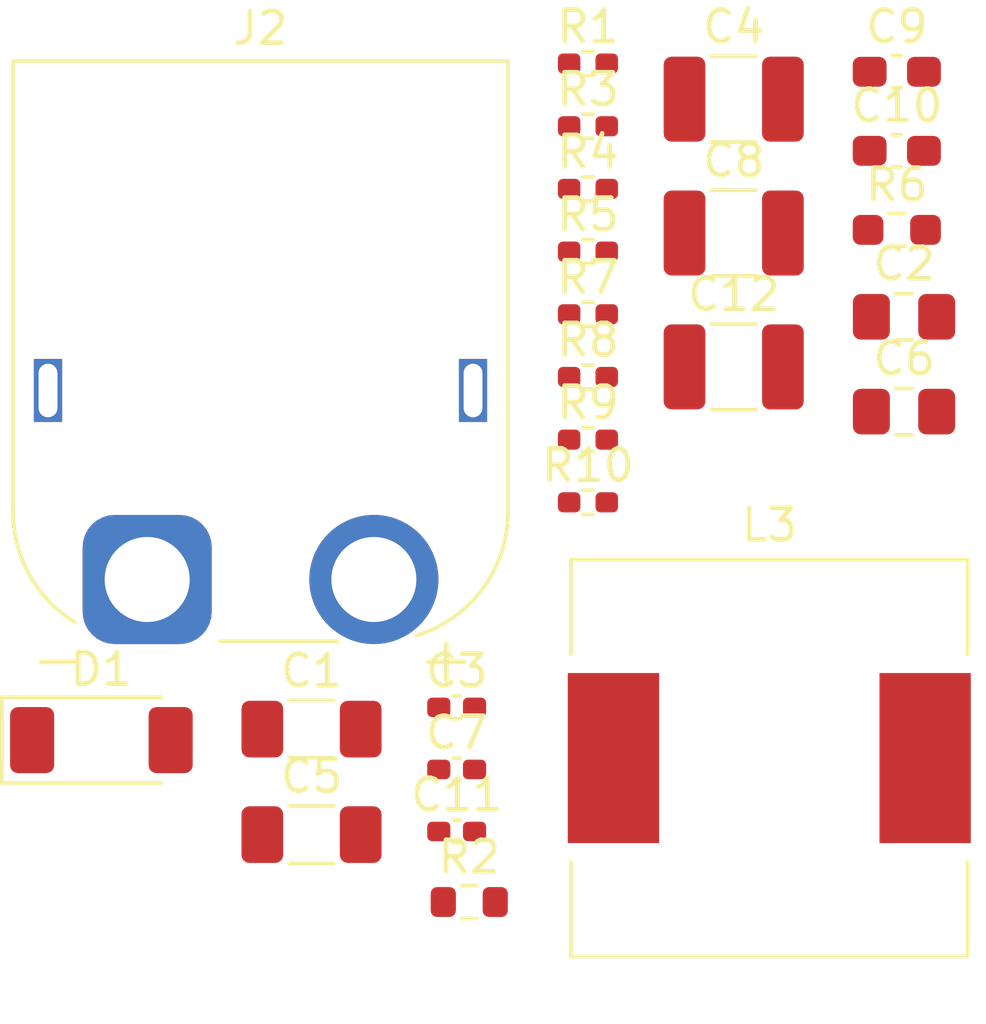
<source format=kicad_pcb>
(kicad_pcb (version 20221018) (generator pcbnew)
  (layers (0 "F.Cu" signal) (31 "B.Cu" signal) (34 "B.Paste" user) (35 "F.Paste" user) (36 "B.SilkS" user "B.Silkscreen") (37 "F.SilkS" user "F.Silkscreen") (38 "B.Mask" user) (39 "F.Mask" user) (44 "Edge.Cuts" user))
  (net 0 "")
  (net 1 "+24V")
  (net 2 "GND")
  (net 3 "/SW_3V3")
  (net 4 "/BOOT_3V3")
  (net 5 "+3V3")
  (net 6 "/SW_5V")
  (net 7 "/BOOT_5V")
  (net 8 "+5V")
  (net 9 "/CB_12V")
  (net 10 "12V_SW")
  (net 11 "+12V")
  (net 12 "Net-(D1-A)")
  (net 13 "/ER_3V3")
  (net 14 "/PG_3V3")
  (net 15 "3V3_FB")
  (net 16 "/ER_5V")
  (net 17 "/PG_5V")
  (net 18 "5V_FB")
  (net 19 "/FB_12V")
  (footprint "Capacitor_SMD:C_0805_2012Metric_Pad1.18x1.45mm_HandSolder" (layer "F.Cu") (at 28.715 8.535)
    (fp_text reference "C2" (at 0 -1.68) (layer "F.SilkS"))
    (fp_text value "100nF")
    (fp_line (start -0.261252 -0.735) (end 0.261252 -0.735) (stroke (width 0.12)) (layer "F.SilkS"))
    (fp_line (start -0.261252 0.735) (end 0.261252 0.735) (stroke (width 0.12)) (layer "F.SilkS"))
    (pad "1" smd roundrect (at -1.0375 0) (size 1.175 1.45) (layers "F.Cu" "F.Paste" "F.Mask") (roundrect_rratio 0.212766) (net 1 "+24V"))
    (pad "2" smd roundrect (at 1.0375 0) (size 1.175 1.45) (layers "F.Cu" "F.Paste" "F.Mask") (roundrect_rratio 0.212766) (net 2 "GND"))
  )
  (footprint "Resistor_SMD:R_0402_1005Metric_Pad0.72x0.64mm_HandSolder" (layer "F.Cu") (at 18.675 14.425)
    (fp_text reference "R10" (at 0 -1.17) (layer "F.SilkS"))
    (fp_text value "22.1k")
    (fp_line (start -0.167621 -0.38) (end 0.167621 -0.38) (stroke (width 0.12)) (layer "F.SilkS"))
    (fp_line (start -0.167621 0.38) (end 0.167621 0.38) (stroke (width 0.12)) (layer "F.SilkS"))
    (pad "1" smd roundrect (at -0.5975 0) (size 0.715 0.64) (layers "F.Cu" "F.Paste" "F.Mask") (net 19 "/FB_12V"))
    (pad "2" smd roundrect (at 0.5975 0) (size 0.715 0.64) (layers "F.Cu" "F.Paste" "F.Mask") (net 2 "GND"))
  )
  (footprint "Capacitor_SMD:C_1210_3225Metric_Pad1.33x2.70mm_HandSolder" (layer "F.Cu") (at 23.305 5.875)
    (fp_text reference "C8" (at 0 -2.3) (layer "F.SilkS"))
    (fp_text value "47uF")
    (fp_line (start -0.711252 -1.36) (end 0.711252 -1.36) (stroke (width 0.12)) (layer "F.SilkS"))
    (fp_line (start -0.711252 1.36) (end 0.711252 1.36) (stroke (width 0.12)) (layer "F.SilkS"))
    (pad "1" smd roundrect (at -1.5625 0) (size 1.325 2.7) (layers "F.Cu" "F.Paste" "F.Mask") (roundrect_rratio 0.188679) (net 8 "+5V"))
    (pad "2" smd roundrect (at 1.5625 0) (size 1.325 2.7) (layers "F.Cu" "F.Paste" "F.Mask") (roundrect_rratio 0.188679) (net 2 "GND"))
  )
  (footprint "Resistor_SMD:R_0402_1005Metric_Pad0.72x0.64mm_HandSolder" (layer "F.Cu") (at 18.675 0.495)
    (fp_text reference "R1" (at 0 -1.17) (layer "F.SilkS"))
    (fp_text value "18.7k")
    (fp_line (start -0.167621 -0.38) (end 0.167621 -0.38) (stroke (width 0.12)) (layer "F.SilkS"))
    (fp_line (start -0.167621 0.38) (end 0.167621 0.38) (stroke (width 0.12)) (layer "F.SilkS"))
    (pad "1" smd roundrect (at -0.5975 0) (size 0.715 0.64) (layers "F.Cu" "F.Paste" "F.Mask") (net 13 "/ER_3V3"))
    (pad "2" smd roundrect (at 0.5975 0) (size 0.715 0.64) (layers "F.Cu" "F.Paste" "F.Mask") (net 2 "GND"))
  )
  (footprint "Capacitor_SMD:C_1206_3216Metric_Pad1.33x1.80mm_HandSolder" (layer "F.Cu") (at 9.895 24.975)
    (fp_text reference "C5" (at 0 -1.85) (layer "F.SilkS"))
    (fp_text value "4.7uF")
    (fp_line (start -0.711252 -0.91) (end 0.711252 -0.91) (stroke (width 0.12)) (layer "F.SilkS"))
    (fp_line (start -0.711252 0.91) (end 0.711252 0.91) (stroke (width 0.12)) (layer "F.SilkS"))
    (pad "1" smd roundrect (at -1.5625 0) (size 1.325 1.8) (layers "F.Cu" "F.Paste" "F.Mask") (roundrect_rratio 0.188679) (net 1 "+24V"))
    (pad "2" smd roundrect (at 1.5625 0) (size 1.325 1.8) (layers "F.Cu" "F.Paste" "F.Mask") (roundrect_rratio 0.188679) (net 2 "GND"))
  )
  (footprint "Capacitor_SMD:C_0603_1608Metric_Pad1.08x0.95mm_HandSolder" (layer "F.Cu") (at 28.485 0.755)
    (fp_text reference "C9" (at 0 -1.43) (layer "F.SilkS"))
    (fp_text value "4.7uF")
    (fp_line (start -0.146267 -0.51) (end 0.146267 -0.51) (stroke (width 0.12)) (layer "F.SilkS"))
    (fp_line (start -0.146267 0.51) (end 0.146267 0.51) (stroke (width 0.12)) (layer "F.SilkS"))
    (pad "1" smd roundrect (at -0.8625 0) (size 1.075 0.95) (layers "F.Cu" "F.Paste" "F.Mask") (net 1 "+24V"))
    (pad "2" smd roundrect (at 0.8625 0) (size 1.075 0.95) (layers "F.Cu" "F.Paste" "F.Mask") (net 2 "GND"))
  )
  (footprint "Capacitor_SMD:C_0402_1005Metric_Pad0.74x0.62mm_HandSolder" (layer "F.Cu") (at 14.505 22.905)
    (fp_text reference "C7" (at 0 -1.16) (layer "F.SilkS"))
    (fp_text value "100nF")
    (fp_line (start -0.115835 -0.36) (end 0.115835 -0.36) (stroke (width 0.12)) (layer "F.SilkS"))
    (fp_line (start -0.115835 0.36) (end 0.115835 0.36) (stroke (width 0.12)) (layer "F.SilkS"))
    (pad "1" smd roundrect (at -0.5675 0) (size 0.735 0.62) (layers "F.Cu" "F.Paste" "F.Mask") (net 6 "/SW_5V"))
    (pad "2" smd roundrect (at 0.5675 0) (size 0.735 0.62) (layers "F.Cu" "F.Paste" "F.Mask") (net 7 "/BOOT_5V"))
  )
  (footprint "Capacitor_SMD:C_1210_3225Metric_Pad1.33x2.70mm_HandSolder" (layer "F.Cu") (at 23.305 10.125)
    (fp_text reference "C12" (at 0 -2.3) (layer "F.SilkS"))
    (fp_text value "47uF")
    (fp_line (start -0.711252 -1.36) (end 0.711252 -1.36) (stroke (width 0.12)) (layer "F.SilkS"))
    (fp_line (start -0.711252 1.36) (end 0.711252 1.36) (stroke (width 0.12)) (layer "F.SilkS"))
    (pad "1" smd roundrect (at -1.5625 0) (size 1.325 2.7) (layers "F.Cu" "F.Paste" "F.Mask") (roundrect_rratio 0.188679) (net 2 "GND"))
    (pad "2" smd roundrect (at 1.5625 0) (size 1.325 2.7) (layers "F.Cu" "F.Paste" "F.Mask") (roundrect_rratio 0.188679) (net 11 "+12V"))
  )
  (footprint "Capacitor_SMD:C_1206_3216Metric_Pad1.33x1.80mm_HandSolder" (layer "F.Cu") (at 9.895 21.625)
    (fp_text reference "C1" (at 0 -1.85) (layer "F.SilkS"))
    (fp_text value "4.7uF")
    (fp_line (start -0.711252 -0.91) (end 0.711252 -0.91) (stroke (width 0.12)) (layer "F.SilkS"))
    (fp_line (start -0.711252 0.91) (end 0.711252 0.91) (stroke (width 0.12)) (layer "F.SilkS"))
    (pad "1" smd roundrect (at -1.5625 0) (size 1.325 1.8) (layers "F.Cu" "F.Paste" "F.Mask") (roundrect_rratio 0.188679) (net 1 "+24V"))
    (pad "2" smd roundrect (at 1.5625 0) (size 1.325 1.8) (layers "F.Cu" "F.Paste" "F.Mask") (roundrect_rratio 0.188679) (net 2 "GND"))
  )
  (footprint "Capacitor_SMD:C_0402_1005Metric_Pad0.74x0.62mm_HandSolder" (layer "F.Cu") (at 14.505 24.875)
    (fp_text reference "C11" (at 0 -1.16) (layer "F.SilkS"))
    (fp_text value "100nF")
    (fp_line (start -0.115835 -0.36) (end 0.115835 -0.36) (stroke (width 0.12)) (layer "F.SilkS"))
    (fp_line (start -0.115835 0.36) (end 0.115835 0.36) (stroke (width 0.12)) (layer "F.SilkS"))
    (pad "1" smd roundrect (at -0.5675 0) (size 0.735 0.62) (layers "F.Cu" "F.Paste" "F.Mask") (net 9 "/CB_12V"))
    (pad "2" smd roundrect (at 0.5675 0) (size 0.735 0.62) (layers "F.Cu" "F.Paste" "F.Mask") (net 10 "12V_SW"))
  )
  (footprint "Resistor_SMD:R_0603_1608Metric_Pad0.98x0.95mm_HandSolder" (layer "F.Cu") (at 28.485 5.775)
    (fp_text reference "R6" (at 0 -1.43) (layer "F.SilkS"))
    (fp_text value "100k")
    (fp_line (start -0.254724 -0.5225) (end 0.254724 -0.5225) (stroke (width 0.12)) (layer "F.SilkS"))
    (fp_line (start -0.254724 0.5225) (end 0.254724 0.5225) (stroke (width 0.12)) (layer "F.SilkS"))
    (pad "1" smd roundrect (at -0.9125 0) (size 0.975 0.95) (layers "F.Cu" "F.Paste" "F.Mask") (net 17 "/PG_5V"))
    (pad "2" smd roundrect (at 0.9125 0) (size 0.975 0.95) (layers "F.Cu" "F.Paste" "F.Mask") (net 8 "+5V"))
  )
  (footprint "Capacitor_SMD:C_0805_2012Metric_Pad1.18x1.45mm_HandSolder" (layer "F.Cu") (at 28.715 11.545)
    (fp_text reference "C6" (at 0 -1.68) (layer "F.SilkS"))
    (fp_text value "100nF")
    (fp_line (start -0.261252 -0.735) (end 0.261252 -0.735) (stroke (width 0.12)) (layer "F.SilkS"))
    (fp_line (start -0.261252 0.735) (end 0.261252 0.735) (stroke (width 0.12)) (layer "F.SilkS"))
    (pad "1" smd roundrect (at -1.0375 0) (size 1.175 1.45) (layers "F.Cu" "F.Paste" "F.Mask") (roundrect_rratio 0.212766) (net 1 "+24V"))
    (pad "2" smd roundrect (at 1.0375 0) (size 1.175 1.45) (layers "F.Cu" "F.Paste" "F.Mask") (roundrect_rratio 0.212766) (net 2 "GND"))
  )
  (footprint "Inductor_SMD:L_12x12mm_H8mm" (layer "F.Cu") (at 24.435 22.545)
    (fp_text reference "L3" (at 0 -7.4) (layer "F.SilkS"))
    (fp_text value "15uH")
    (fp_line (start -6.3 -6.3) (end 6.3 -6.3) (stroke (width 0.12)) (layer "F.SilkS"))
    (fp_line (start -6.3 -3.3) (end -6.3 -6.3) (stroke (width 0.12)) (layer "F.SilkS"))
    (fp_line (start -6.3 6.3) (end -6.3 3.3) (stroke (width 0.12)) (layer "F.SilkS"))
    (fp_line (start 6.3 -6.3) (end 6.3 -3.3) (stroke (width 0.12)) (layer "F.SilkS"))
    (fp_line (start 6.3 3.3) (end 6.3 6.3) (stroke (width 0.12)) (layer "F.SilkS"))
    (fp_line (start 6.3 6.3) (end -6.3 6.3) (stroke (width 0.12)) (layer "F.SilkS"))
    (pad "1" smd rect (at -4.95 0) (size 2.9 5.4) (layers "F.Cu" "F.Paste" "F.Mask") (net 10 "12V_SW"))
    (pad "2" smd rect (at 4.95 0) (size 2.9 5.4) (layers "F.Cu" "F.Paste" "F.Mask") (net 11 "+12V"))
  )
  (footprint "Connector_AMASS:AMASS_XT60PW-M_1x02_P7.20mm_Horizontal" (layer "F.Cu") (at 4.675 16.875)
    (fp_text reference "J2" (at 3.6 -17.5) (layer "F.SilkS"))
    (fp_text value "XT60PW-M")
    (fp_text user "+" (at 9.5 2.5) (layer "F.SilkS") (effects (font (size 1.5 1.5))))
    (fp_text user "-" (at -2.8 2.5) (layer "F.SilkS") (effects (font (size 1.5 1.5))))
    (fp_line (start -4.26 -16.46) (end -4.26 -2.15) (stroke (width 0.12)) (layer "F.SilkS"))
    (fp_line (start -4.26 -16.46) (end 11.46 -16.46) (stroke (width 0.12)) (layer "F.SilkS"))
    (fp_line (start 2.31 1.96) (end 6.05 1.96) (stroke (width 0.12)) (layer "F.SilkS"))
    (fp_line (start 11.46 -16.46) (end 11.46 -2.15) (stroke (width 0.12)) (layer "F.SilkS"))
    (fp_arc (start -2.266806 1.372958) (mid -3.727162 -0.126139) (end -4.26 -2.15) (stroke (width 0.12)) (layer "F.SilkS"))
    (fp_arc (start 11.46 -2.15) (mid 10.653852 0.294722) (end 8.551648 1.780413) (stroke (width 0.12)) (layer "F.SilkS"))
    (pad "" thru_hole rect (at -3.15 -6) (size 0.9 2) (drill oval 0.6 1.7) (layers "*.Cu" "*.Mask"))
    (pad "" thru_hole rect (at 10.35 -6) (size 0.9 2) (drill oval 0.6 1.7) (layers "*.Cu" "*.Mask"))
    (pad "1" thru_hole roundrect (at 0 0) (size 4.1 4.1) (drill 2.7) (layers "*.Cu" "*.Mask") (net 2 "GND"))
    (pad "2" thru_hole circle (at 7.2 0) (size 4.1 4.1) (drill 2.7) (layers "*.Cu" "*.Mask") (net 12 "Net-(D1-A)"))
  )
  (footprint "Resistor_SMD:R_0402_1005Metric_Pad0.72x0.64mm_HandSolder" (layer "F.Cu") (at 18.675 10.445)
    (fp_text reference "R8" (at 0 -1.17) (layer "F.SilkS"))
    (fp_text value "19.1k")
    (fp_line (start -0.167621 -0.38) (end 0.167621 -0.38) (stroke (width 0.12)) (layer "F.SilkS"))
    (fp_line (start -0.167621 0.38) (end 0.167621 0.38) (stroke (width 0.12)) (layer "F.SilkS"))
    (pad "1" smd roundrect (at -0.5975 0) (size 0.715 0.64) (layers "F.Cu" "F.Paste" "F.Mask") (net 18 "5V_FB"))
    (pad "2" smd roundrect (at 0.5975 0) (size 0.715 0.64) (layers "F.Cu" "F.Paste" "F.Mask") (net 2 "GND"))
  )
  (footprint "Resistor_SMD:R_0402_1005Metric_Pad0.72x0.64mm_HandSolder" (layer "F.Cu") (at 18.675 8.455)
    (fp_text reference "R7" (at 0 -1.17) (layer "F.SilkS"))
    (fp_text value "100k")
    (fp_line (start -0.167621 -0.38) (end 0.167621 -0.38) (stroke (width 0.12)) (layer "F.SilkS"))
    (fp_line (start -0.167621 0.38) (end 0.167621 0.38) (stroke (width 0.12)) (layer "F.SilkS"))
    (pad "1" smd roundrect (at -0.5975 0) (size 0.715 0.64) (layers "F.Cu" "F.Paste" "F.Mask") (net 8 "+5V"))
    (pad "2" smd roundrect (at 0.5975 0) (size 0.715 0.64) (layers "F.Cu" "F.Paste" "F.Mask") (net 18 "5V_FB"))
  )
  (footprint "Resistor_SMD:R_0402_1005Metric_Pad0.72x0.64mm_HandSolder" (layer "F.Cu") (at 18.675 12.435)
    (fp_text reference "R9" (at 0 -1.17) (layer "F.SilkS"))
    (fp_text value "422k")
    (fp_line (start -0.167621 -0.38) (end 0.167621 -0.38) (stroke (width 0.12)) (layer "F.SilkS"))
    (fp_line (start -0.167621 0.38) (end 0.167621 0.38) (stroke (width 0.12)) (layer "F.SilkS"))
    (pad "1" smd roundrect (at -0.5975 0) (size 0.715 0.64) (layers "F.Cu" "F.Paste" "F.Mask") (net 11 "+12V"))
    (pad "2" smd roundrect (at 0.5975 0) (size 0.715 0.64) (layers "F.Cu" "F.Paste" "F.Mask") (net 19 "/FB_12V"))
  )
  (footprint "Diode_SMD:D_SOD-128" (layer "F.Cu") (at 3.22 21.975)
    (fp_text reference "D1" (at 0 -2.25) (layer "F.SilkS"))
    (fp_text value "D_Small")
    (fp_line (start -3.16 -1.36) (end -3.16 1.36) (stroke (width 0.12)) (layer "F.SilkS"))
    (fp_line (start -3.16 -1.36) (end 1.9 -1.36) (stroke (width 0.12)) (layer "F.SilkS"))
    (fp_line (start -3.16 1.36) (end 1.9 1.36) (stroke (width 0.12)) (layer "F.SilkS"))
    (pad "1" smd roundrect (at -2.2 0) (size 1.4 2.1) (layers "F.Cu" "F.Paste" "F.Mask") (roundrect_rratio 0.1785714286) (net 1 "+24V"))
    (pad "2" smd roundrect (at 2.2 0) (size 1.4 2.1) (layers "F.Cu" "F.Paste" "F.Mask") (roundrect_rratio 0.1785714286) (net 12 "Net-(D1-A)"))
  )
  (footprint "Capacitor_SMD:C_1210_3225Metric_Pad1.33x2.70mm_HandSolder" (layer "F.Cu") (at 23.305 1.625)
    (fp_text reference "C4" (at 0 -2.3) (layer "F.SilkS"))
    (fp_text value "100uF")
    (fp_line (start -0.711252 -1.36) (end 0.711252 -1.36) (stroke (width 0.12)) (layer "F.SilkS"))
    (fp_line (start -0.711252 1.36) (end 0.711252 1.36) (stroke (width 0.12)) (layer "F.SilkS"))
    (pad "1" smd roundrect (at -1.5625 0) (size 1.325 2.7) (layers "F.Cu" "F.Paste" "F.Mask") (roundrect_rratio 0.188679) (net 5 "+3V3"))
    (pad "2" smd roundrect (at 1.5625 0) (size 1.325 2.7) (layers "F.Cu" "F.Paste" "F.Mask") (roundrect_rratio 0.188679) (net 2 "GND"))
  )
  (footprint "Resistor_SMD:R_0402_1005Metric_Pad0.72x0.64mm_HandSolder" (layer "F.Cu") (at 18.675 6.465)
    (fp_text reference "R5" (at 0 -1.17) (layer "F.SilkS"))
    (fp_text value "13.3k")
    (fp_line (start -0.167621 -0.38) (end 0.167621 -0.38) (stroke (width 0.12)) (layer "F.SilkS"))
    (fp_line (start -0.167621 0.38) (end 0.167621 0.38) (stroke (width 0.12)) (layer "F.SilkS"))
    (pad "1" smd roundrect (at -0.5975 0) (size 0.715 0.64) (layers "F.Cu" "F.Paste" "F.Mask") (net 16 "/ER_5V"))
    (pad "2" smd roundrect (at 0.5975 0) (size 0.715 0.64) (layers "F.Cu" "F.Paste" "F.Mask") (net 2 "GND"))
  )
  (footprint "Resistor_SMD:R_0402_1005Metric_Pad0.72x0.64mm_HandSolder" (layer "F.Cu") (at 18.675 4.475)
    (fp_text reference "R4" (at 0 -1.17) (layer "F.SilkS"))
    (fp_text value "32k")
    (fp_line (start -0.167621 -0.38) (end 0.167621 -0.38) (stroke (width 0.12)) (layer "F.SilkS"))
    (fp_line (start -0.167621 0.38) (end 0.167621 0.38) (stroke (width 0.12)) (layer "F.SilkS"))
    (pad "1" smd roundrect (at -0.5975 0) (size 0.715 0.64) (layers "F.Cu" "F.Paste" "F.Mask") (net 15 "3V3_FB"))
    (pad "2" smd roundrect (at 0.5975 0) (size 0.715 0.64) (layers "F.Cu" "F.Paste" "F.Mask") (net 2 "GND"))
  )
  (footprint "Resistor_SMD:R_0603_1608Metric" (layer "F.Cu") (at 14.905 27.115)
    (fp_text reference "R2" (at 0 -1.43) (layer "F.SilkS"))
    (fp_text value "100k")
    (fp_line (start -0.237258 -0.5225) (end 0.237258 -0.5225) (stroke (width 0.12)) (layer "F.SilkS"))
    (fp_line (start -0.237258 0.5225) (end 0.237258 0.5225) (stroke (width 0.12)) (layer "F.SilkS"))
    (pad "1" smd roundrect (at -0.825 0) (size 0.8 0.95) (layers "F.Cu" "F.Paste" "F.Mask") (net 14 "/PG_3V3"))
    (pad "2" smd roundrect (at 0.825 0) (size 0.8 0.95) (layers "F.Cu" "F.Paste" "F.Mask") (net 5 "+3V3"))
  )
  (footprint "Capacitor_SMD:C_0402_1005Metric_Pad0.74x0.62mm_HandSolder" (layer "F.Cu") (at 14.505 20.935)
    (fp_text reference "C3" (at 0 -1.16) (layer "F.SilkS"))
    (fp_text value "100nF")
    (fp_line (start -0.115835 -0.36) (end 0.115835 -0.36) (stroke (width 0.12)) (layer "F.SilkS"))
    (fp_line (start -0.115835 0.36) (end 0.115835 0.36) (stroke (width 0.12)) (layer "F.SilkS"))
    (pad "1" smd roundrect (at -0.5675 0) (size 0.735 0.62) (layers "F.Cu" "F.Paste" "F.Mask") (net 3 "/SW_3V3"))
    (pad "2" smd roundrect (at 0.5675 0) (size 0.735 0.62) (layers "F.Cu" "F.Paste" "F.Mask") (net 4 "/BOOT_3V3"))
  )
  (footprint "Capacitor_SMD:C_0603_1608Metric_Pad1.08x0.95mm_HandSolder" (layer "F.Cu") (at 28.485 3.265)
    (fp_text reference "C10" (at 0 -1.43) (layer "F.SilkS"))
    (fp_text value "100nF")
    (fp_line (start -0.146267 -0.51) (end 0.146267 -0.51) (stroke (width 0.12)) (layer "F.SilkS"))
    (fp_line (start -0.146267 0.51) (end 0.146267 0.51) (stroke (width 0.12)) (layer "F.SilkS"))
    (pad "1" smd roundrect (at -0.8625 0) (size 1.075 0.95) (layers "F.Cu" "F.Paste" "F.Mask") (net 1 "+24V"))
    (pad "2" smd roundrect (at 0.8625 0) (size 1.075 0.95) (layers "F.Cu" "F.Paste" "F.Mask") (net 2 "GND"))
  )
  (footprint "Resistor_SMD:R_0402_1005Metric_Pad0.72x0.64mm_HandSolder" (layer "F.Cu") (at 18.675 2.485)
    (fp_text reference "R3" (at 0 -1.17) (layer "F.SilkS"))
    (fp_text value "100k")
    (fp_line (start -0.167621 -0.38) (end 0.167621 -0.38) (stroke (width 0.12)) (layer "F.SilkS"))
    (fp_line (start -0.167621 0.38) (end 0.167621 0.38) (stroke (width 0.12)) (layer "F.SilkS"))
    (pad "1" smd roundrect (at -0.5975 0) (size 0.715 0.64) (layers "F.Cu" "F.Paste" "F.Mask") (net 5 "+3V3"))
    (pad "2" smd roundrect (at 0.5975 0) (size 0.715 0.64) (layers "F.Cu" "F.Paste" "F.Mask") (net 15 "3V3_FB"))
  )
)
</source>
